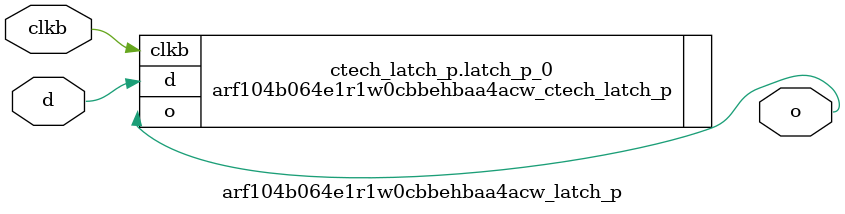
<source format=sv>

`ifndef ARF104B064E1R1W0CBBEHBAA4ACW_LATCH_P_SV
`define ARF104B064E1R1W0CBBEHBAA4ACW_LATCH_P_SV

module arf104b064e1r1w0cbbehbaa4acw_latch_p #
(
  parameter CTECH = 1
)
(
  output logic o,
  input  logic d,
  input  logic clkb
);

  if (CTECH == 1) begin: ctech_latch_p
    arf104b064e1r1w0cbbehbaa4acw_ctech_latch_p latch_p_0 (.o(o),.d(d),.clkb(clkb));
  end
  else begin
    always_latch begin
      if (~clkb) begin
        o <= d;
      end
    end
  end

endmodule // arf104b064e1r1w0cbbehbaa4acw_latch_p

`endif // ARF104B064E1R1W0CBBEHBAA4ACW_LATCH_P_SV
</source>
